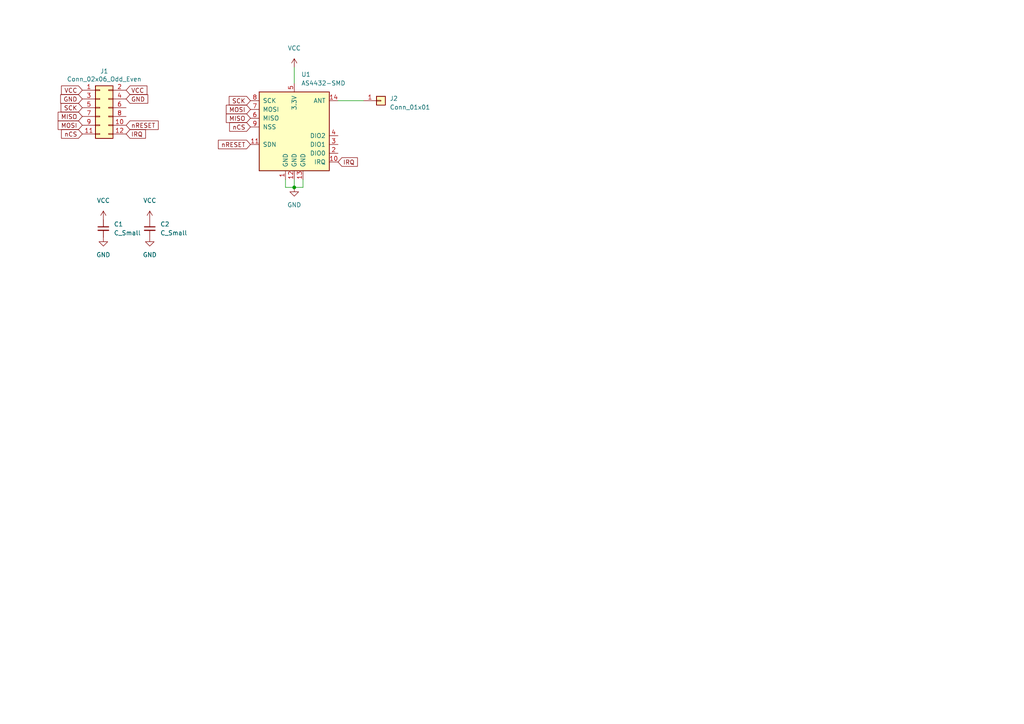
<source format=kicad_sch>
(kicad_sch (version 20230121) (generator eeschema)
  (paper "A4")
  (lib_symbols
    (symbol "AvS_Modules:AS4432-SMD" (pin_names (offset 1.016))
      (property "Reference" "U" (at -10.414 11.684 0))
      (property "Value" "AS4432-SMD" (at 1.524 11.43 0))
      (symbol "AS4432-SMD_0_1"
        (rectangle (start -10.16 10.16) (end 10.16 -12.7) (stroke (width 0.254)) (fill (type background)))
      )
      (symbol "AS4432-SMD_1_1"
        (pin power_in line (at -2.54 -15.24 90) (length 2.54) (name "GND") (number "1"))
        (pin input line (at 12.7 -10.16 180) (length 2.54) (name "IRQ") (number "10"))
        (pin bidirectional line (at -12.7 -5.08 0) (length 2.54) (name "SDN") (number "11"))
        (pin power_in line (at 0 -15.24 90) (length 2.54) (name "GND") (number "12"))
        (pin power_in line (at 2.54 -15.24 90) (length 2.54) (name "GND") (number "13"))
        (pin bidirectional line (at 12.7 7.62 180) (length 2.54) (name "ANT") (number "14"))
        (pin bidirectional line (at 12.7 -7.62 180) (length 2.54) (name "DIO0") (number "2"))
        (pin bidirectional line (at 12.7 -5.08 180) (length 2.54) (name "DIO1") (number "3"))
        (pin bidirectional line (at 12.7 -2.54 180) (length 2.54) (name "DIO2") (number "4"))
        (pin power_in line (at 0 12.7 270) (length 2.54) (name "3.3V") (number "5"))
        (pin output line (at -12.7 2.54 0) (length 2.54) (name "MISO") (number "6"))
        (pin input line (at -12.7 5.08 0) (length 2.54) (name "MOSI") (number "7"))
        (pin input line (at -12.7 7.62 0) (length 2.54) (name "SCK") (number "8"))
        (pin input line (at -12.7 0 0) (length 2.54) (name "NSS") (number "9"))
      )
    )
    (symbol "Connector_Generic:Conn_01x01" (pin_names (offset 1.016) hide)
      (property "Reference" "J" (at 0 2.54 0))
      (property "Value" "Conn_01x01" (at 0 -2.54 0))
      (symbol "Conn_01x01_1_1"
        (rectangle (start -1.27 0.127) (end 0 -0.127) (stroke (width 0.1524)))
        (rectangle (start -1.27 1.27) (end 1.27 -1.27) (stroke (width 0.254)) (fill (type background)))
        (pin passive line (at -5.08 0 0) (length 3.81) (name "Pin_1") (number "1"))
      )
    )
    (symbol "Connector_Generic:Conn_02x06_Odd_Even" (pin_names (offset 1.016) hide)
      (property "Reference" "J" (at 1.27 7.62 0))
      (property "Value" "Conn_02x06_Odd_Even" (at 1.27 -10.16 0))
      (symbol "Conn_02x06_Odd_Even_1_1"
        (rectangle (start -1.27 -7.493) (end 0 -7.747) (stroke (width 0.1524)))
        (rectangle (start -1.27 -4.953) (end 0 -5.207) (stroke (width 0.1524)))
        (rectangle (start -1.27 -2.413) (end 0 -2.667) (stroke (width 0.1524)))
        (rectangle (start -1.27 0.127) (end 0 -0.127) (stroke (width 0.1524)))
        (rectangle (start -1.27 2.667) (end 0 2.413) (stroke (width 0.1524)))
        (rectangle (start -1.27 5.207) (end 0 4.953) (stroke (width 0.1524)))
        (rectangle (start -1.27 6.35) (end 3.81 -8.89) (stroke (width 0.254)) (fill (type background)))
        (rectangle (start 3.81 -7.493) (end 2.54 -7.747) (stroke (width 0.1524)))
        (rectangle (start 3.81 -4.953) (end 2.54 -5.207) (stroke (width 0.1524)))
        (rectangle (start 3.81 -2.413) (end 2.54 -2.667) (stroke (width 0.1524)))
        (rectangle (start 3.81 0.127) (end 2.54 -0.127) (stroke (width 0.1524)))
        (rectangle (start 3.81 2.667) (end 2.54 2.413) (stroke (width 0.1524)))
        (rectangle (start 3.81 5.207) (end 2.54 4.953) (stroke (width 0.1524)))
        (pin passive line (at -5.08 5.08 0) (length 3.81) (name "Pin_1") (number "1"))
        (pin passive line (at 7.62 -5.08 180) (length 3.81) (name "Pin_10") (number "10"))
        (pin passive line (at -5.08 -7.62 0) (length 3.81) (name "Pin_11") (number "11"))
        (pin passive line (at 7.62 -7.62 180) (length 3.81) (name "Pin_12") (number "12"))
        (pin passive line (at 7.62 5.08 180) (length 3.81) (name "Pin_2") (number "2"))
        (pin passive line (at -5.08 2.54 0) (length 3.81) (name "Pin_3") (number "3"))
        (pin passive line (at 7.62 2.54 180) (length 3.81) (name "Pin_4") (number "4"))
        (pin passive line (at -5.08 0 0) (length 3.81) (name "Pin_5") (number "5"))
        (pin passive line (at 7.62 0 180) (length 3.81) (name "Pin_6") (number "6"))
        (pin passive line (at -5.08 -2.54 0) (length 3.81) (name "Pin_7") (number "7"))
        (pin passive line (at 7.62 -2.54 180) (length 3.81) (name "Pin_8") (number "8"))
        (pin passive line (at -5.08 -5.08 0) (length 3.81) (name "Pin_9") (number "9"))
      )
    )
    (symbol "Device:C_Small" (pin_numbers hide) (pin_names (offset 0.254) hide)
      (property "Reference" "C" (at 0.254 1.778 0))
      (property "Value" "C_Small" (at 0.254 -2.032 0))
      (symbol "C_Small_0_1"
        (polyline (pts (xy -1.524 -0.508) (xy 1.524 -0.508)) (stroke (width 0.3302)))
        (polyline (pts (xy -1.524 0.508) (xy 1.524 0.508)) (stroke (width 0.3048)))
      )
      (symbol "C_Small_1_1"
        (pin passive line (at 0 2.54 270) (length 2.032) (name "~") (number "1"))
        (pin passive line (at 0 -2.54 90) (length 2.032) (name "~") (number "2"))
      )
    )
    (symbol "power:GND" (power) (pin_names (offset 0))
      (property "Value" "GND" (at 0 -3.81 0))
      (symbol "GND_0_1"
        (polyline (pts (xy 0 0) (xy 0 -1.27) (xy 1.27 -1.27) (xy 0 -2.54) (xy -1.27 -1.27) (xy 0 -1.27)))
      )
      (symbol "GND_1_1"
        (pin power_in line (at 0 0 270) (length 0) hide (name "GND") (number "1"))
      )
    )
    (symbol "power:VCC" (power) (pin_names (offset 0))
      (property "Value" "VCC" (at 0 3.81 0))
      (symbol "VCC_0_1"
        (polyline (pts (xy -0.762 1.27) (xy 0 2.54)))
        (polyline (pts (xy 0 0) (xy 0 2.54)))
        (polyline (pts (xy 0 2.54) (xy 0.762 1.27)))
      )
      (symbol "VCC_1_1"
        (pin power_in line (at 0 0 90) (length 0) hide (name "VCC") (number "1"))
      )
    )
  )
  (junction (at 85.344 54.356))
  (wire (pts (xy 87.884 52.07) (xy 87.884 54.356)))
  (wire (pts (xy 85.344 54.356) (xy 87.884 54.356)))
  (wire (pts (xy 98.044 29.21) (xy 105.41 29.21)))
  (wire (pts (xy 85.344 19.558) (xy 85.344 24.13)))
  (wire (pts (xy 85.344 54.356) (xy 82.804 54.356)))
  (wire (pts (xy 85.344 54.356) (xy 85.344 52.07)))
  (wire (pts (xy 82.804 52.07) (xy 82.804 54.356)))
  (global_label "nRESET" (shape input) (at 72.644 41.91 180) (property "Intersheetrefs" "${INTERSHEET_REFS}" (effects hide)) (property "Intersheet-verwijzingen" "${INTERSHEET_REFS}" (effects hide)))
  (global_label "MISO" (shape input) (at 23.876 33.782 180) (property "Intersheetrefs" "${INTERSHEET_REFS}" (effects hide)) (property "Intersheet-verwijzingen" "${INTERSHEET_REFS}" (effects hide)))
  (global_label "GND" (shape input) (at 36.576 28.702 0) (property "Intersheetrefs" "${INTERSHEET_REFS}" (effects hide)) (property "Intersheet-verwijzingen" "${INTERSHEET_REFS}" (effects hide)))
  (global_label "VCC" (shape input) (at 23.876 26.162 180) (property "Intersheetrefs" "${INTERSHEET_REFS}" (effects hide)) (property "Intersheet-verwijzingen" "${INTERSHEET_REFS}" (effects hide)))
  (global_label "nCS" (shape input) (at 72.644 36.83 180) (property "Intersheetrefs" "${INTERSHEET_REFS}" (effects hide)) (property "Intersheet-verwijzingen" "${INTERSHEET_REFS}" (effects hide)))
  (global_label "GND" (shape input) (at 23.876 28.702 180) (property "Intersheetrefs" "${INTERSHEET_REFS}" (effects hide)) (property "Intersheet-verwijzingen" "${INTERSHEET_REFS}" (effects hide)))
  (global_label "SCK" (shape input) (at 23.876 31.242 180) (property "Intersheetrefs" "${INTERSHEET_REFS}" (effects hide)) (property "Intersheet-verwijzingen" "${INTERSHEET_REFS}" (effects hide)))
  (global_label "nCS" (shape input) (at 23.876 38.862 180) (property "Intersheetrefs" "${INTERSHEET_REFS}" (effects hide)) (property "Intersheet-verwijzingen" "${INTERSHEET_REFS}" (effects hide)))
  (global_label "VCC" (shape input) (at 36.576 26.162 0) (property "Intersheetrefs" "${INTERSHEET_REFS}" (effects hide)) (property "Intersheet-verwijzingen" "${INTERSHEET_REFS}" (effects hide)))
  (global_label "IRQ" (shape input) (at 98.044 46.99 0) (property "Intersheetrefs" "${INTERSHEET_REFS}" (effects hide)) (property "Intersheet-verwijzingen" "${INTERSHEET_REFS}" (effects hide)))
  (global_label "IRQ" (shape input) (at 36.576 38.862 0) (property "Intersheetrefs" "${INTERSHEET_REFS}" (effects hide)) (property "Intersheet-verwijzingen" "${INTERSHEET_REFS}" (effects hide)))
  (global_label "MISO" (shape input) (at 72.644 34.29 180) (property "Intersheetrefs" "${INTERSHEET_REFS}" (effects hide)) (property "Intersheet-verwijzingen" "${INTERSHEET_REFS}" (effects hide)))
  (global_label "MOSI" (shape input) (at 72.644 31.75 180) (property "Intersheetrefs" "${INTERSHEET_REFS}" (effects hide)) (property "Intersheet-verwijzingen" "${INTERSHEET_REFS}" (effects hide)))
  (global_label "nRESET" (shape input) (at 36.576 36.322 0) (property "Intersheetrefs" "${INTERSHEET_REFS}" (effects hide)) (property "Intersheet-verwijzingen" "${INTERSHEET_REFS}" (effects hide)))
  (global_label "SCK" (shape input) (at 72.644 29.21 180) (property "Intersheetrefs" "${INTERSHEET_REFS}" (effects hide)) (property "Intersheet-verwijzingen" "${INTERSHEET_REFS}" (effects hide)))
  (global_label "MOSI" (shape input) (at 23.876 36.322 180) (property "Intersheetrefs" "${INTERSHEET_REFS}" (effects hide)) (property "Intersheet-verwijzingen" "${INTERSHEET_REFS}" (effects hide)))
  (symbol (lib_id "Connector_Generic:Conn_02x06_Odd_Even") (at 28.956 31.242 0) (unit 1)
    (property "Reference" "J1" (at 30.226 20.6502 0))
    (property "Value" "Conn_02x06_Odd_Even" (at 30.226 22.9616 0))
    (property "Footprint" "Connector_PinHeader_2.54mm:PinHeader_2x06_P2.54mm_Horizontal" (effects hide))
  )
  (symbol (lib_id "power:GND") (at 43.434 68.834 0) (unit 1)
    (property "Reference" "#PWR04" (effects hide))
    (property "Value" "GND" (at 43.434 73.914 0))
  )
  (symbol (lib_id "Connector_Generic:Conn_01x01") (at 110.49 29.21 0) (unit 1)
    (property "Reference" "J2" (at 113.03 28.575 0) (effects (justify left)))
    (property "Value" "Conn_01x01" (at 113.03 31.115 0) (effects (justify left)))
    (property "Footprint" "Connector_PinHeader_2.54mm:PinHeader_1x01_P2.54mm_Vertical" (effects hide))
  )
  (symbol (lib_id "power:GND") (at 29.972 68.834 0) (unit 1)
    (property "Reference" "#PWR02" (effects hide))
    (property "Value" "GND" (at 29.972 73.914 0))
  )
  (symbol (lib_id "power:GND") (at 85.344 54.356 0) (unit 1)
    (property "Reference" "#PWR06" (effects hide))
    (property "Value" "GND" (at 85.344 59.436 0))
  )
  (symbol (lib_id "Device:C_Small") (at 29.972 66.294 0) (unit 1)
    (property "Reference" "C1" (at 33.02 65.0302 0) (effects (justify left)))
    (property "Value" "C_Small" (at 33.02 67.5702 0) (effects (justify left)))
    (property "Footprint" "Capacitor_SMD:C_0805_2012Metric_Pad1.18x1.45mm_HandSolder" (effects hide))
  )
  (symbol (lib_id "power:VCC") (at 85.344 19.558 0) (unit 1)
    (property "Reference" "#PWR05" (effects hide))
    (property "Value" "VCC" (at 85.344 13.97 0))
  )
  (symbol (lib_id "AvS_Modules:AS4432-SMD") (at 85.344 36.83 0) (unit 1)
    (property "Reference" "U1" (at 87.3634 21.59 0) (effects (justify left)))
    (property "Value" "AS4432-SMD" (at 87.3634 24.13 0) (effects (justify left)))
    (property "Footprint" "AvS_Modules:RF4xxx" (effects hide))
    (property "Datasheet" "https://datasheet.lcsc.com/lcsc/1807310932_Chengdu-Ashining-Tech-AS4432-SMD_C89187.pdf" (effects hide))
  )
  (symbol (lib_id "power:VCC") (at 43.434 63.754 0) (unit 1)
    (property "Reference" "#PWR03" (effects hide))
    (property "Value" "VCC" (at 43.434 58.166 0))
  )
  (symbol (lib_id "power:VCC") (at 29.972 63.754 0) (unit 1)
    (property "Reference" "#PWR01" (effects hide))
    (property "Value" "VCC" (at 29.972 58.166 0))
  )
  (symbol (lib_id "Device:C_Small") (at 43.434 66.294 0) (unit 1)
    (property "Reference" "C2" (at 46.482 65.0302 0) (effects (justify left)))
    (property "Value" "C_Small" (at 46.482 67.5702 0) (effects (justify left)))
    (property "Footprint" "Capacitor_SMD:C_0805_2012Metric_Pad1.18x1.45mm_HandSolder" (effects hide))
  )
)
</source>
